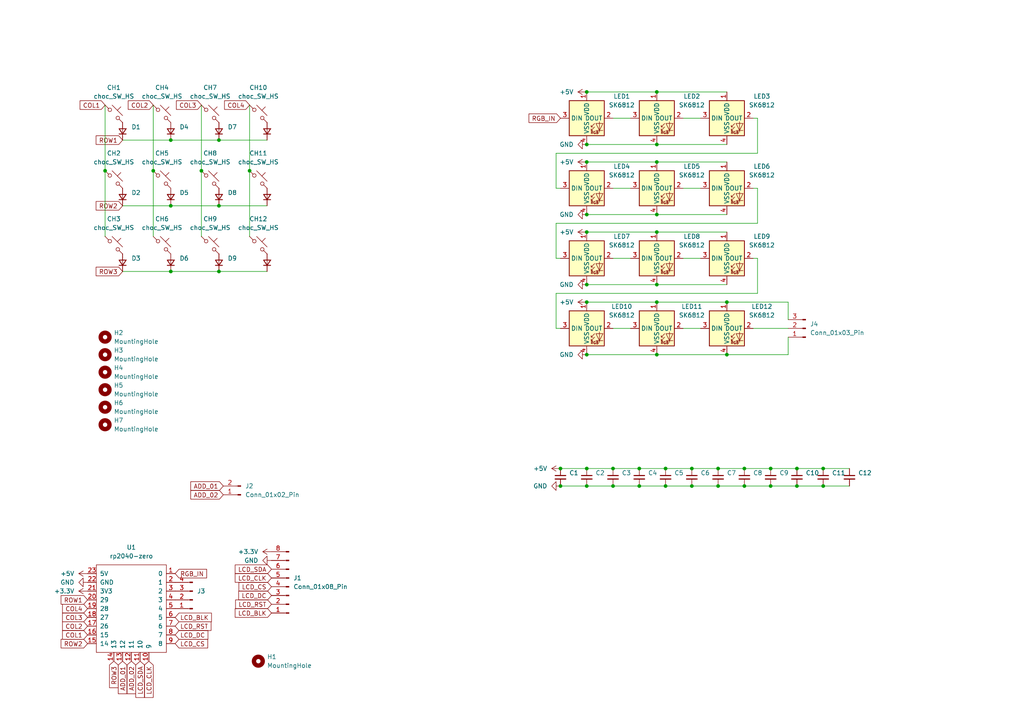
<source format=kicad_sch>
(kicad_sch (version 20230121) (generator eeschema)
  (paper "A4")
  (lib_symbols
    (symbol "Connector:Conn_01x02_Pin" (pin_names (offset 1.016) hide)
      (property "Reference" "J" (at 0 2.54 0))
      (property "Value" "Conn_01x02_Pin" (at 0 -5.08 0))
      (symbol "Conn_01x02_Pin_1_1"
        (polyline (pts (xy 1.27 -2.54) (xy 0.8636 -2.54)) (stroke (width 0.1524)))
        (polyline (pts (xy 1.27 0) (xy 0.8636 0)) (stroke (width 0.1524)))
        (rectangle (start 0.8636 -2.413) (end 0 -2.667) (stroke (width 0.1524)) (fill (type outline)))
        (rectangle (start 0.8636 0.127) (end 0 -0.127) (stroke (width 0.1524)) (fill (type outline)))
        (pin passive line (at 5.08 0 180) (length 3.81) (name "Pin_1") (number "1"))
        (pin passive line (at 5.08 -2.54 180) (length 3.81) (name "Pin_2") (number "2"))
      )
    )
    (symbol "Connector:Conn_01x03_Pin" (pin_names (offset 1.016) hide)
      (property "Reference" "J" (at 0 5.08 0))
      (property "Value" "Conn_01x03_Pin" (at 0 -5.08 0))
      (symbol "Conn_01x03_Pin_1_1"
        (polyline (pts (xy 1.27 -2.54) (xy 0.8636 -2.54)) (stroke (width 0.1524)))
        (polyline (pts (xy 1.27 0) (xy 0.8636 0)) (stroke (width 0.1524)))
        (polyline (pts (xy 1.27 2.54) (xy 0.8636 2.54)) (stroke (width 0.1524)))
        (rectangle (start 0.8636 -2.413) (end 0 -2.667) (stroke (width 0.1524)) (fill (type outline)))
        (rectangle (start 0.8636 0.127) (end 0 -0.127) (stroke (width 0.1524)) (fill (type outline)))
        (rectangle (start 0.8636 2.667) (end 0 2.413) (stroke (width 0.1524)) (fill (type outline)))
        (pin passive line (at 5.08 2.54 180) (length 3.81) (name "Pin_1") (number "1"))
        (pin passive line (at 5.08 0 180) (length 3.81) (name "Pin_2") (number "2"))
        (pin passive line (at 5.08 -2.54 180) (length 3.81) (name "Pin_3") (number "3"))
      )
    )
    (symbol "Connector:Conn_01x04_Pin" (pin_names (offset 1.016) hide)
      (property "Reference" "J" (at 0 5.08 0))
      (property "Value" "Conn_01x04_Pin" (at 0 -7.62 0))
      (symbol "Conn_01x04_Pin_1_1"
        (polyline (pts (xy 1.27 -5.08) (xy 0.8636 -5.08)) (stroke (width 0.1524)))
        (polyline (pts (xy 1.27 -2.54) (xy 0.8636 -2.54)) (stroke (width 0.1524)))
        (polyline (pts (xy 1.27 0) (xy 0.8636 0)) (stroke (width 0.1524)))
        (polyline (pts (xy 1.27 2.54) (xy 0.8636 2.54)) (stroke (width 0.1524)))
        (rectangle (start 0.8636 -4.953) (end 0 -5.207) (stroke (width 0.1524)) (fill (type outline)))
        (rectangle (start 0.8636 -2.413) (end 0 -2.667) (stroke (width 0.1524)) (fill (type outline)))
        (rectangle (start 0.8636 0.127) (end 0 -0.127) (stroke (width 0.1524)) (fill (type outline)))
        (rectangle (start 0.8636 2.667) (end 0 2.413) (stroke (width 0.1524)) (fill (type outline)))
        (pin passive line (at 5.08 2.54 180) (length 3.81) (name "Pin_1") (number "1"))
        (pin passive line (at 5.08 0 180) (length 3.81) (name "Pin_2") (number "2"))
        (pin passive line (at 5.08 -2.54 180) (length 3.81) (name "Pin_3") (number "3"))
        (pin passive line (at 5.08 -5.08 180) (length 3.81) (name "Pin_4") (number "4"))
      )
    )
    (symbol "Connector:Conn_01x08_Pin" (pin_names (offset 1.016) hide)
      (property "Reference" "J" (at 0 10.16 0))
      (property "Value" "Conn_01x08_Pin" (at 0 -12.7 0))
      (symbol "Conn_01x08_Pin_1_1"
        (polyline (pts (xy 1.27 -10.16) (xy 0.8636 -10.16)) (stroke (width 0.1524)))
        (polyline (pts (xy 1.27 -7.62) (xy 0.8636 -7.62)) (stroke (width 0.1524)))
        (polyline (pts (xy 1.27 -5.08) (xy 0.8636 -5.08)) (stroke (width 0.1524)))
        (polyline (pts (xy 1.27 -2.54) (xy 0.8636 -2.54)) (stroke (width 0.1524)))
        (polyline (pts (xy 1.27 0) (xy 0.8636 0)) (stroke (width 0.1524)))
        (polyline (pts (xy 1.27 2.54) (xy 0.8636 2.54)) (stroke (width 0.1524)))
        (polyline (pts (xy 1.27 5.08) (xy 0.8636 5.08)) (stroke (width 0.1524)))
        (polyline (pts (xy 1.27 7.62) (xy 0.8636 7.62)) (stroke (width 0.1524)))
        (rectangle (start 0.8636 -10.033) (end 0 -10.287) (stroke (width 0.1524)) (fill (type outline)))
        (rectangle (start 0.8636 -7.493) (end 0 -7.747) (stroke (width 0.1524)) (fill (type outline)))
        (rectangle (start 0.8636 -4.953) (end 0 -5.207) (stroke (width 0.1524)) (fill (type outline)))
        (rectangle (start 0.8636 -2.413) (end 0 -2.667) (stroke (width 0.1524)) (fill (type outline)))
        (rectangle (start 0.8636 0.127) (end 0 -0.127) (stroke (width 0.1524)) (fill (type outline)))
        (rectangle (start 0.8636 2.667) (end 0 2.413) (stroke (width 0.1524)) (fill (type outline)))
        (rectangle (start 0.8636 5.207) (end 0 4.953) (stroke (width 0.1524)) (fill (type outline)))
        (rectangle (start 0.8636 7.747) (end 0 7.493) (stroke (width 0.1524)) (fill (type outline)))
        (pin passive line (at 5.08 7.62 180) (length 3.81) (name "Pin_1") (number "1"))
        (pin passive line (at 5.08 5.08 180) (length 3.81) (name "Pin_2") (number "2"))
        (pin passive line (at 5.08 2.54 180) (length 3.81) (name "Pin_3") (number "3"))
        (pin passive line (at 5.08 0 180) (length 3.81) (name "Pin_4") (number "4"))
        (pin passive line (at 5.08 -2.54 180) (length 3.81) (name "Pin_5") (number "5"))
        (pin passive line (at 5.08 -5.08 180) (length 3.81) (name "Pin_6") (number "6"))
        (pin passive line (at 5.08 -7.62 180) (length 3.81) (name "Pin_7") (number "7"))
        (pin passive line (at 5.08 -10.16 180) (length 3.81) (name "Pin_8") (number "8"))
      )
    )
    (symbol "Device:C_Small" (pin_numbers hide) (pin_names (offset 0.254) hide)
      (property "Reference" "C" (at 0.254 1.778 0))
      (property "Value" "C_Small" (at 0.254 -2.032 0))
      (symbol "C_Small_0_1"
        (polyline (pts (xy -1.524 -0.508) (xy 1.524 -0.508)) (stroke (width 0.3302)))
        (polyline (pts (xy -1.524 0.508) (xy 1.524 0.508)) (stroke (width 0.3048)))
      )
      (symbol "C_Small_1_1"
        (pin passive line (at 0 2.54 270) (length 2.032) (name "~") (number "1"))
        (pin passive line (at 0 -2.54 90) (length 2.032) (name "~") (number "2"))
      )
    )
    (symbol "Device:D_Small" (pin_numbers hide) (pin_names (offset 0.254) hide)
      (property "Reference" "D" (at -1.27 2.032 0))
      (property "Value" "D_Small" (at -3.81 -2.032 0))
      (symbol "D_Small_0_1"
        (polyline (pts (xy -0.762 -1.016) (xy -0.762 1.016)) (stroke (width 0.254)))
        (polyline (pts (xy -0.762 0) (xy 0.762 0)))
        (polyline (pts (xy 0.762 -1.016) (xy -0.762 0) (xy 0.762 1.016) (xy 0.762 -1.016)) (stroke (width 0.254)))
      )
      (symbol "D_Small_1_1"
        (pin passive line (at -2.54 0 0) (length 1.778) (name "K") (number "1"))
        (pin passive line (at 2.54 0 180) (length 1.778) (name "A") (number "2"))
      )
    )
    (symbol "Mechanical:MountingHole" (pin_names (offset 1.016))
      (property "Reference" "H" (at 0 5.08 0))
      (property "Value" "MountingHole" (at 0 3.175 0))
      (symbol "MountingHole_0_1"
        (circle (center 0 0) (radius 1.27) (stroke (width 1.27)))
      )
    )
    (symbol "PCM_marbastlib-choc:choc_SK6812MINI-E"
      (property "Reference" "LED" (at 2.54 6.35 0))
      (property "Value" "choc_SK6812MINI-E" (at 10.795 -6.35 0))
      (symbol "choc_SK6812MINI-E_0_0"
        (text "RGB" (at 2.286 -4.191 0) (effects (font (size 0.762 0.762))))
      )
      (symbol "choc_SK6812MINI-E_0_1"
        (rectangle (start -5.08 5.08) (end 5.08 -5.08) (stroke (width 0.254)) (fill (type background)))
        (polyline (pts (xy 1.27 -3.556) (xy 1.778 -3.556)))
        (polyline (pts (xy 1.27 -2.54) (xy 1.778 -2.54)))
        (polyline (pts (xy 4.699 -3.556) (xy 2.667 -3.556)))
        (polyline (pts (xy 2.286 -2.54) (xy 1.27 -3.556) (xy 1.27 -3.048)))
        (polyline (pts (xy 2.286 -1.524) (xy 1.27 -2.54) (xy 1.27 -2.032)))
        (polyline (pts (xy 3.683 -1.016) (xy 3.683 -3.556) (xy 3.683 -4.064)))
        (polyline (pts (xy 4.699 -1.524) (xy 2.667 -1.524) (xy 3.683 -3.556) (xy 4.699 -1.524)))
      )
      (symbol "choc_SK6812MINI-E_1_1"
        (pin power_in line (at 0 7.62 270) (length 2.54) (name "VDD") (number "1"))
        (pin output line (at 7.62 0 180) (length 2.54) (name "DOUT") (number "2"))
        (pin input line (at -7.62 0 0) (length 2.54) (name "DIN") (number "3"))
        (pin power_in line (at 0 -7.62 90) (length 2.54) (name "VSS") (number "4"))
      )
    )
    (symbol "PCM_marbastlib-choc:choc_SW_HS" (pin_numbers hide) (pin_names (offset 1.016) hide)
      (property "Reference" "CH" (at 3.048 1.016 0))
      (property "Value" "choc_SW_HS" (at 0 -3.81 0))
      (symbol "choc_SW_HS_0_1"
        (circle (center -1.1684 1.1684) (radius 0.508))
        (polyline (pts (xy -0.508 2.54) (xy 2.54 -0.508)))
        (polyline (pts (xy 1.016 1.016) (xy 2.032 2.032)))
        (polyline (pts (xy -2.54 2.54) (xy -1.524 1.524) (xy -1.524 1.524)))
        (polyline (pts (xy 1.524 -1.524) (xy 2.54 -2.54) (xy 2.54 -2.54) (xy 2.54 -2.54)))
        (circle (center 1.143 -1.1938) (radius 0.508))
        (pin passive line (at -2.54 2.54 0) (length 0) (name "1") (number "1"))
        (pin passive line (at 2.54 -2.54 180) (length 0) (name "2") (number "2"))
      )
    )
    (symbol "mcu:rp2040-zero" (pin_names (offset 1.016))
      (property "Reference" "U" (at 0 15.24 0))
      (property "Value" "rp2040-zero" (at 0 12.7 0))
      (symbol "rp2040-zero_0_1"
        (rectangle (start -10.16 11.43) (end 10.16 -13.97))
      )
      (symbol "rp2040-zero_1_1"
        (pin bidirectional line (at 12.7 8.89 180) (length 2.54) (name "0") (number "1"))
        (pin bidirectional line (at 5.08 -16.51 90) (length 2.54) (name "9") (number "10"))
        (pin bidirectional line (at 2.54 -16.51 90) (length 2.54) (name "10") (number "11"))
        (pin bidirectional line (at 0 -16.51 90) (length 2.54) (name "11") (number "12"))
        (pin bidirectional line (at -2.54 -16.51 90) (length 2.54) (name "12") (number "13"))
        (pin bidirectional line (at -5.08 -16.51 90) (length 2.54) (name "13") (number "14"))
        (pin bidirectional line (at -12.7 -11.43 0) (length 2.54) (name "14") (number "15"))
        (pin bidirectional line (at -12.7 -8.89 0) (length 2.54) (name "15") (number "16"))
        (pin bidirectional line (at -12.7 -6.35 0) (length 2.54) (name "26") (number "17"))
        (pin bidirectional line (at -12.7 -3.81 0) (length 2.54) (name "27") (number "18"))
        (pin bidirectional line (at -12.7 -1.27 0) (length 2.54) (name "28") (number "19"))
        (pin bidirectional line (at 12.7 6.35 180) (length 2.54) (name "1") (number "2"))
        (pin bidirectional line (at -12.7 1.27 0) (length 2.54) (name "29") (number "20"))
        (pin power_out line (at -12.7 3.81 0) (length 2.54) (name "3V3") (number "21"))
        (pin power_out line (at -12.7 6.35 0) (length 2.54) (name "GND") (number "22"))
        (pin power_out line (at -12.7 8.89 0) (length 2.54) (name "5V") (number "23"))
        (pin bidirectional line (at 12.7 3.81 180) (length 2.54) (name "2") (number "3"))
        (pin bidirectional line (at 12.7 1.27 180) (length 2.54) (name "3") (number "4"))
        (pin bidirectional line (at 12.7 -1.27 180) (length 2.54) (name "4") (number "5"))
        (pin bidirectional line (at 12.7 -3.81 180) (length 2.54) (name "5") (number "6"))
        (pin bidirectional line (at 12.7 -6.35 180) (length 2.54) (name "6") (number "7"))
        (pin bidirectional line (at 12.7 -8.89 180) (length 2.54) (name "7") (number "8"))
        (pin bidirectional line (at 12.7 -11.43 180) (length 2.54) (name "8") (number "9"))
      )
    )
    (symbol "power:+3.3V" (power) (pin_names (offset 0))
      (property "Value" "+3.3V" (at 0 3.556 0))
      (symbol "+3.3V_0_1"
        (polyline (pts (xy -0.762 1.27) (xy 0 2.54)))
        (polyline (pts (xy 0 0) (xy 0 2.54)))
        (polyline (pts (xy 0 2.54) (xy 0.762 1.27)))
      )
      (symbol "+3.3V_1_1"
        (pin power_in line (at 0 0 90) (length 0) hide (name "+3.3V") (number "1"))
      )
    )
    (symbol "power:+5V" (power) (pin_names (offset 0))
      (property "Value" "+5V" (at 0 3.556 0))
      (symbol "+5V_0_1"
        (polyline (pts (xy -0.762 1.27) (xy 0 2.54)))
        (polyline (pts (xy 0 0) (xy 0 2.54)))
        (polyline (pts (xy 0 2.54) (xy 0.762 1.27)))
      )
      (symbol "+5V_1_1"
        (pin power_in line (at 0 0 90) (length 0) hide (name "+5V") (number "1"))
      )
    )
    (symbol "power:GND" (power) (pin_names (offset 0))
      (property "Value" "GND" (at 0 -3.81 0))
      (symbol "GND_0_1"
        (polyline (pts (xy 0 0) (xy 0 -1.27) (xy 1.27 -1.27) (xy 0 -2.54) (xy -1.27 -1.27) (xy 0 -1.27)))
      )
      (symbol "GND_1_1"
        (pin power_in line (at 0 0 270) (length 0) hide (name "GND") (number "1"))
      )
    )
  )
  (junction (at 63.5 40.64))
  (junction (at 190.5 62.23))
  (junction (at 185.42 135.89))
  (junction (at 58.42 49.53))
  (junction (at 223.52 140.97))
  (junction (at 49.53 40.64))
  (junction (at 190.5 87.63))
  (junction (at 170.18 41.91))
  (junction (at 208.28 135.89))
  (junction (at 44.45 49.53))
  (junction (at 190.5 67.31))
  (junction (at 210.82 102.87))
  (junction (at 170.18 87.63))
  (junction (at 215.9 135.89))
  (junction (at 170.18 82.55))
  (junction (at 162.56 135.89))
  (junction (at 193.04 135.89))
  (junction (at 63.5 59.69))
  (junction (at 238.76 135.89))
  (junction (at 162.56 140.97))
  (junction (at 170.18 135.89))
  (junction (at 200.66 135.89))
  (junction (at 231.14 135.89))
  (junction (at 231.14 140.97))
  (junction (at 190.5 102.87))
  (junction (at 208.28 140.97))
  (junction (at 170.18 140.97))
  (junction (at 177.8 140.97))
  (junction (at 30.48 49.53))
  (junction (at 190.5 41.91))
  (junction (at 215.9 140.97))
  (junction (at 72.39 49.53))
  (junction (at 49.53 59.69))
  (junction (at 190.5 46.99))
  (junction (at 223.52 135.89))
  (junction (at 170.18 46.99))
  (junction (at 170.18 67.31))
  (junction (at 200.66 140.97))
  (junction (at 210.82 87.63))
  (junction (at 170.18 26.67))
  (junction (at 238.76 140.97))
  (junction (at 170.18 62.23))
  (junction (at 177.8 135.89))
  (junction (at 49.53 78.74))
  (junction (at 190.5 82.55))
  (junction (at 185.42 140.97))
  (junction (at 63.5 78.74))
  (junction (at 193.04 140.97))
  (junction (at 170.18 102.87))
  (junction (at 190.5 26.67))
  (wire (pts (xy 193.04 140.97) (xy 200.66 140.97)))
  (wire (pts (xy 161.29 44.45) (xy 161.29 54.61)))
  (wire (pts (xy 177.8 34.29) (xy 182.88 34.29)))
  (wire (pts (xy 190.5 82.55) (xy 210.82 82.55)))
  (wire (pts (xy 200.66 135.89) (xy 208.28 135.89)))
  (wire (pts (xy 30.48 49.53) (xy 30.48 68.58)))
  (wire (pts (xy 219.71 64.77) (xy 161.29 64.77)))
  (wire (pts (xy 49.53 40.64) (xy 63.5 40.64)))
  (wire (pts (xy 58.42 49.53) (xy 58.42 68.58)))
  (wire (pts (xy 63.5 78.74) (xy 77.47 78.74)))
  (wire (pts (xy 162.56 140.97) (xy 170.18 140.97)))
  (wire (pts (xy 190.5 26.67) (xy 210.82 26.67)))
  (wire (pts (xy 44.45 49.53) (xy 44.45 68.58)))
  (wire (pts (xy 170.18 102.87) (xy 190.5 102.87)))
  (wire (pts (xy 215.9 140.97) (xy 223.52 140.97)))
  (wire (pts (xy 198.12 54.61) (xy 203.2 54.61)))
  (wire (pts (xy 219.71 85.09) (xy 161.29 85.09)))
  (wire (pts (xy 219.71 34.29) (xy 219.71 44.45)))
  (wire (pts (xy 162.56 135.89) (xy 170.18 135.89)))
  (wire (pts (xy 231.14 135.89) (xy 238.76 135.89)))
  (wire (pts (xy 170.18 87.63) (xy 190.5 87.63)))
  (wire (pts (xy 35.56 59.69) (xy 49.53 59.69)))
  (wire (pts (xy 228.6 102.87) (xy 210.82 102.87)))
  (wire (pts (xy 170.18 26.67) (xy 190.5 26.67)))
  (wire (pts (xy 49.53 78.74) (xy 63.5 78.74)))
  (wire (pts (xy 185.42 135.89) (xy 193.04 135.89)))
  (wire (pts (xy 170.18 46.99) (xy 190.5 46.99)))
  (wire (pts (xy 49.53 59.69) (xy 63.5 59.69)))
  (wire (pts (xy 161.29 64.77) (xy 161.29 74.93)))
  (wire (pts (xy 218.44 54.61) (xy 219.71 54.61)))
  (wire (pts (xy 177.8 95.25) (xy 182.88 95.25)))
  (wire (pts (xy 72.39 49.53) (xy 72.39 68.58)))
  (wire (pts (xy 44.45 30.48) (xy 44.45 49.53)))
  (wire (pts (xy 238.76 140.97) (xy 246.38 140.97)))
  (wire (pts (xy 161.29 85.09) (xy 161.29 95.25)))
  (wire (pts (xy 198.12 34.29) (xy 203.2 34.29)))
  (wire (pts (xy 228.6 97.79) (xy 228.6 102.87)))
  (wire (pts (xy 218.44 74.93) (xy 219.71 74.93)))
  (wire (pts (xy 200.66 140.97) (xy 208.28 140.97)))
  (wire (pts (xy 170.18 62.23) (xy 190.5 62.23)))
  (wire (pts (xy 193.04 135.89) (xy 200.66 135.89)))
  (wire (pts (xy 63.5 40.64) (xy 77.47 40.64)))
  (wire (pts (xy 190.5 46.99) (xy 210.82 46.99)))
  (wire (pts (xy 72.39 30.48) (xy 72.39 49.53)))
  (wire (pts (xy 170.18 41.91) (xy 190.5 41.91)))
  (wire (pts (xy 177.8 140.97) (xy 185.42 140.97)))
  (wire (pts (xy 177.8 54.61) (xy 182.88 54.61)))
  (wire (pts (xy 161.29 54.61) (xy 162.56 54.61)))
  (wire (pts (xy 170.18 140.97) (xy 177.8 140.97)))
  (wire (pts (xy 35.56 78.74) (xy 49.53 78.74)))
  (wire (pts (xy 198.12 95.25) (xy 203.2 95.25)))
  (wire (pts (xy 190.5 62.23) (xy 210.82 62.23)))
  (wire (pts (xy 208.28 140.97) (xy 215.9 140.97)))
  (wire (pts (xy 190.5 87.63) (xy 210.82 87.63)))
  (wire (pts (xy 219.71 74.93) (xy 219.71 85.09)))
  (wire (pts (xy 161.29 74.93) (xy 162.56 74.93)))
  (wire (pts (xy 30.48 30.48) (xy 30.48 49.53)))
  (wire (pts (xy 190.5 67.31) (xy 210.82 67.31)))
  (wire (pts (xy 228.6 87.63) (xy 228.6 92.71)))
  (wire (pts (xy 231.14 140.97) (xy 238.76 140.97)))
  (wire (pts (xy 215.9 135.89) (xy 223.52 135.89)))
  (wire (pts (xy 198.12 74.93) (xy 203.2 74.93)))
  (wire (pts (xy 63.5 59.69) (xy 77.47 59.69)))
  (wire (pts (xy 210.82 87.63) (xy 228.6 87.63)))
  (wire (pts (xy 223.52 135.89) (xy 231.14 135.89)))
  (wire (pts (xy 170.18 82.55) (xy 190.5 82.55)))
  (wire (pts (xy 185.42 140.97) (xy 193.04 140.97)))
  (wire (pts (xy 177.8 135.89) (xy 185.42 135.89)))
  (wire (pts (xy 218.44 95.25) (xy 228.6 95.25)))
  (wire (pts (xy 223.52 140.97) (xy 231.14 140.97)))
  (wire (pts (xy 219.71 44.45) (xy 161.29 44.45)))
  (wire (pts (xy 218.44 34.29) (xy 219.71 34.29)))
  (wire (pts (xy 208.28 135.89) (xy 215.9 135.89)))
  (wire (pts (xy 177.8 74.93) (xy 182.88 74.93)))
  (wire (pts (xy 238.76 135.89) (xy 246.38 135.89)))
  (wire (pts (xy 58.42 30.48) (xy 58.42 49.53)))
  (wire (pts (xy 35.56 40.64) (xy 49.53 40.64)))
  (wire (pts (xy 190.5 102.87) (xy 210.82 102.87)))
  (wire (pts (xy 161.29 95.25) (xy 162.56 95.25)))
  (wire (pts (xy 170.18 67.31) (xy 190.5 67.31)))
  (wire (pts (xy 190.5 41.91) (xy 210.82 41.91)))
  (wire (pts (xy 170.18 135.89) (xy 177.8 135.89)))
  (wire (pts (xy 219.71 54.61) (xy 219.71 64.77)))
  (global_label "ADD_02" (shape input) (at 38.1 191.77 270) (property "Intersheetrefs" "${INTERSHEET_REFS}" (effects hide)))
  (global_label "ROW2" (shape input) (at 35.56 59.69 180) (property "Intersheetrefs" "${INTERSHEET_REFS}" (effects hide)))
  (global_label "COL4" (shape input) (at 72.39 30.48 180) (property "Intersheetrefs" "${INTERSHEET_REFS}" (effects hide)))
  (global_label "LCD_CLK" (shape input) (at 43.18 191.77 270) (property "Intersheetrefs" "${INTERSHEET_REFS}" (effects hide)))
  (global_label "COL1" (shape input) (at 30.48 30.48 180) (property "Intersheetrefs" "${INTERSHEET_REFS}" (effects hide)))
  (global_label "COL3" (shape input) (at 58.42 30.48 180) (property "Intersheetrefs" "${INTERSHEET_REFS}" (effects hide)))
  (global_label "RGB_IN" (shape input) (at 162.56 34.29 180) (property "Intersheetrefs" "${INTERSHEET_REFS}" (effects hide)))
  (global_label "LCD_DC" (shape input) (at 50.8 184.15 0) (property "Intersheetrefs" "${INTERSHEET_REFS}" (effects hide)))
  (global_label "LCD_BLK" (shape input) (at 50.8 179.07 0) (property "Intersheetrefs" "${INTERSHEET_REFS}" (effects hide)))
  (global_label "LCD_RST" (shape input) (at 50.8 181.61 0) (property "Intersheetrefs" "${INTERSHEET_REFS}" (effects hide)))
  (global_label "ADD_02" (shape input) (at 64.77 143.51 180) (property "Intersheetrefs" "${INTERSHEET_REFS}" (effects hide)))
  (global_label "LCD_CLK" (shape input) (at 78.74 167.64 180) (property "Intersheetrefs" "${INTERSHEET_REFS}" (effects hide)))
  (global_label "LCD_BLK" (shape input) (at 78.74 177.8 180) (property "Intersheetrefs" "${INTERSHEET_REFS}" (effects hide)))
  (global_label "ROW2" (shape input) (at 25.4 186.69 180) (property "Intersheetrefs" "${INTERSHEET_REFS}" (effects hide)))
  (global_label "ROW1" (shape input) (at 35.56 40.64 180) (property "Intersheetrefs" "${INTERSHEET_REFS}" (effects hide)))
  (global_label "LCD_RST" (shape input) (at 78.74 175.26 180) (property "Intersheetrefs" "${INTERSHEET_REFS}" (effects hide)))
  (global_label "COL1" (shape input) (at 25.4 184.15 180) (property "Intersheetrefs" "${INTERSHEET_REFS}" (effects hide)))
  (global_label "COL2" (shape input) (at 25.4 181.61 180) (property "Intersheetrefs" "${INTERSHEET_REFS}" (effects hide)))
  (global_label "LCD_SDA" (shape input) (at 40.64 191.77 270) (property "Intersheetrefs" "${INTERSHEET_REFS}" (effects hide)))
  (global_label "LCD_CS" (shape input) (at 78.74 170.18 180) (property "Intersheetrefs" "${INTERSHEET_REFS}" (effects hide)))
  (global_label "ADD_01" (shape input) (at 35.56 191.77 270) (property "Intersheetrefs" "${INTERSHEET_REFS}" (effects hide)))
  (global_label "ADD_01" (shape input) (at 64.77 140.97 180) (property "Intersheetrefs" "${INTERSHEET_REFS}" (effects hide)))
  (global_label "LCD_SDA" (shape input) (at 78.74 165.1 180) (property "Intersheetrefs" "${INTERSHEET_REFS}" (effects hide)))
  (global_label "ROW3" (shape input) (at 35.56 78.74 180) (property "Intersheetrefs" "${INTERSHEET_REFS}" (effects hide)))
  (global_label "ROW1" (shape input) (at 25.4 173.99 180) (property "Intersheetrefs" "${INTERSHEET_REFS}" (effects hide)))
  (global_label "COL2" (shape input) (at 44.45 30.48 180) (property "Intersheetrefs" "${INTERSHEET_REFS}" (effects hide)))
  (global_label "LCD_CS" (shape input) (at 50.8 186.69 0) (property "Intersheetrefs" "${INTERSHEET_REFS}" (effects hide)))
  (global_label "COL3" (shape input) (at 25.4 179.07 180) (property "Intersheetrefs" "${INTERSHEET_REFS}" (effects hide)))
  (global_label "RGB_IN" (shape input) (at 50.8 166.37 0) (property "Intersheetrefs" "${INTERSHEET_REFS}" (effects hide)))
  (global_label "LCD_DC" (shape input) (at 78.74 172.72 180) (property "Intersheetrefs" "${INTERSHEET_REFS}" (effects hide)))
  (global_label "ROW3" (shape input) (at 33.02 191.77 270) (property "Intersheetrefs" "${INTERSHEET_REFS}" (effects hide)))
  (global_label "COL4" (shape input) (at 25.4 176.53 180) (property "Intersheetrefs" "${INTERSHEET_REFS}" (effects hide)))
  (symbol (lib_id "power:GND") (at 78.74 162.56 270) (unit 1)
    (property "Reference" "#PWR013" (effects hide))
    (property "Value" "GND" (at 74.93 162.56 90) (effects (justify right)))
  )
  (symbol (lib_id "PCM_marbastlib-choc:choc_SK6812MINI-E") (at 210.82 95.25 0) (unit 1)
    (property "Reference" "LED12" (at 220.98 88.9 0))
    (property "Value" "SK6812" (at 220.98 91.44 0))
    (property "Footprint" "PCM_marbastlib-choc:LED_choc_6028R" (effects hide))
  )
  (symbol (lib_id "PCM_marbastlib-choc:choc_SW_HS") (at 33.02 71.12 0) (unit 1)
    (property "Reference" "CH3" (at 33.02 63.5 0))
    (property "Value" "choc_SW_HS" (at 33.02 66.04 0))
    (property "Footprint" "PCM_marbastlib-choc:SW_choc_v1_HS_1u" (effects hide))
  )
  (symbol (lib_id "Mechanical:MountingHole") (at 30.48 113.03 0) (unit 1)
    (property "Reference" "H5" (at 33.02 111.76 0) (effects (justify left)))
    (property "Value" "MountingHole" (at 33.02 114.3 0) (effects (justify left)))
    (property "Footprint" "MountingHole:MountingHole_2.2mm_M2_ISO14580" (effects hide))
  )
  (symbol (lib_id "power:+3.3V") (at 25.4 171.45 90) (unit 1)
    (property "Reference" "#PWR012" (effects hide))
    (property "Value" "+3.3V" (at 21.59 171.45 90) (effects (justify left)))
  )
  (symbol (lib_id "PCM_marbastlib-choc:choc_SW_HS") (at 60.96 33.02 0) (unit 1)
    (property "Reference" "CH7" (at 60.96 25.4 0))
    (property "Value" "choc_SW_HS" (at 60.96 27.94 0))
    (property "Footprint" "PCM_marbastlib-choc:SW_choc_v1_HS_1u" (effects hide))
  )
  (symbol (lib_id "power:+5V") (at 170.18 87.63 90) (unit 1)
    (property "Reference" "#PWR014" (effects hide))
    (property "Value" "+5V" (at 166.37 87.63 90) (effects (justify left)))
  )
  (symbol (lib_id "Device:C_Small") (at 246.38 138.43 0) (unit 1)
    (property "Reference" "C12" (at 248.92 137.1663 0) (effects (justify left)))
    (property "Value" "100nf" (effects hide))
    (property "Footprint" "Capacitor_SMD:C_0603_1608Metric" (effects hide))
  )
  (symbol (lib_id "Device:D_Small") (at 63.5 57.15 90) (unit 1)
    (property "Reference" "D8" (at 66.04 55.88 90) (effects (justify right)))
    (property "Value" "1n4148w" (effects hide))
    (property "Footprint" "Diode_SMD:D_SOD-123" (effects hide))
    (property "Sim.Device" "D" (effects hide))
    (property "Sim.Pins" "1=K 2=A" (effects hide))
  )
  (symbol (lib_id "Connector:Conn_01x03_Pin") (at 233.68 95.25 180) (unit 1)
    (property "Reference" "J4" (at 234.95 93.98 0) (effects (justify right)))
    (property "Value" "Conn_01x03_Pin" (at 234.95 96.52 0) (effects (justify right)))
    (property "Footprint" "Connector_PinHeader_2.00mm:PinHeader_1x03_P2.00mm_Vertical" (effects hide))
  )
  (symbol (lib_id "PCM_marbastlib-choc:choc_SK6812MINI-E") (at 170.18 34.29 0) (unit 1)
    (property "Reference" "LED1" (at 180.34 27.94 0))
    (property "Value" "SK6812" (at 180.34 30.48 0))
    (property "Footprint" "PCM_marbastlib-choc:LED_choc_6028R" (effects hide))
  )
  (symbol (lib_id "Device:D_Small") (at 77.47 57.15 90) (unit 1)
    (property "Reference" "D11" (effects hide))
    (property "Value" "1n4148w" (effects hide))
    (property "Footprint" "Diode_SMD:D_SOD-123" (effects hide))
    (property "Sim.Device" "D" (effects hide))
    (property "Sim.Pins" "1=K 2=A" (effects hide))
  )
  (symbol (lib_id "power:+5V") (at 170.18 26.67 90) (unit 1)
    (property "Reference" "#PWR01" (effects hide))
    (property "Value" "+5V" (at 166.37 26.67 90) (effects (justify left)))
  )
  (symbol (lib_id "Device:C_Small") (at 208.28 138.43 0) (unit 1)
    (property "Reference" "C7" (at 210.82 137.1663 0) (effects (justify left)))
    (property "Value" "100nf" (effects hide))
    (property "Footprint" "Capacitor_SMD:C_0603_1608Metric" (effects hide))
  )
  (symbol (lib_id "power:+5V") (at 25.4 166.37 90) (unit 1)
    (property "Reference" "#PWR010" (effects hide))
    (property "Value" "+5V" (at 21.59 166.37 90) (effects (justify left)))
  )
  (symbol (lib_id "Device:C_Small") (at 162.56 138.43 0) (unit 1)
    (property "Reference" "C1" (at 165.1 137.1663 0) (effects (justify left)))
    (property "Value" "100nf" (effects hide))
    (property "Footprint" "Capacitor_SMD:C_0603_1608Metric" (effects hide))
  )
  (symbol (lib_id "PCM_marbastlib-choc:choc_SK6812MINI-E") (at 170.18 74.93 0) (unit 1)
    (property "Reference" "LED7" (at 180.34 68.58 0))
    (property "Value" "SK6812" (at 180.34 71.12 0))
    (property "Footprint" "PCM_marbastlib-choc:LED_choc_6028R" (effects hide))
  )
  (symbol (lib_id "Device:C_Small") (at 215.9 138.43 0) (unit 1)
    (property "Reference" "C8" (at 218.44 137.1663 0) (effects (justify left)))
    (property "Value" "100nf" (effects hide))
    (property "Footprint" "Capacitor_SMD:C_0603_1608Metric" (effects hide))
  )
  (symbol (lib_id "power:GND") (at 162.56 140.97 270) (unit 1)
    (property "Reference" "#PWR09" (effects hide))
    (property "Value" "GND" (at 158.75 140.97 90) (effects (justify right)))
  )
  (symbol (lib_id "PCM_marbastlib-choc:choc_SW_HS") (at 74.93 33.02 0) (unit 1)
    (property "Reference" "CH10" (at 74.93 25.4 0))
    (property "Value" "choc_SW_HS" (at 74.93 27.94 0))
    (property "Footprint" "PCM_marbastlib-choc:SW_choc_v1_HS_1u" (effects hide))
  )
  (symbol (lib_id "PCM_marbastlib-choc:choc_SK6812MINI-E") (at 210.82 54.61 0) (unit 1)
    (property "Reference" "LED6" (at 220.98 48.26 0))
    (property "Value" "SK6812" (at 220.98 50.8 0))
    (property "Footprint" "PCM_marbastlib-choc:LED_choc_6028R" (effects hide))
  )
  (symbol (lib_id "power:+5V") (at 170.18 67.31 90) (unit 1)
    (property "Reference" "#PWR03" (effects hide))
    (property "Value" "+5V" (at 166.37 67.31 90) (effects (justify left)))
  )
  (symbol (lib_id "power:+5V") (at 162.56 135.89 90) (unit 1)
    (property "Reference" "#PWR08" (effects hide))
    (property "Value" "+5V" (at 158.75 135.89 90) (effects (justify left)))
  )
  (symbol (lib_id "power:GND") (at 170.18 82.55 270) (unit 1)
    (property "Reference" "#PWR06" (effects hide))
    (property "Value" "GND" (at 166.37 82.55 90) (effects (justify right)))
  )
  (symbol (lib_id "PCM_marbastlib-choc:choc_SW_HS") (at 60.96 52.07 0) (unit 1)
    (property "Reference" "CH8" (at 60.96 44.45 0))
    (property "Value" "choc_SW_HS" (at 60.96 46.99 0))
    (property "Footprint" "PCM_marbastlib-choc:SW_choc_v1_HS_1u" (effects hide))
  )
  (symbol (lib_id "power:GND") (at 170.18 41.91 270) (unit 1)
    (property "Reference" "#PWR04" (effects hide))
    (property "Value" "GND" (at 166.37 41.91 90) (effects (justify right)))
  )
  (symbol (lib_id "Mechanical:MountingHole") (at 30.48 118.11 0) (unit 1)
    (property "Reference" "H6" (at 33.02 116.84 0) (effects (justify left)))
    (property "Value" "MountingHole" (at 33.02 119.38 0) (effects (justify left)))
    (property "Footprint" "MountingHole:MountingHole_2.2mm_M2_ISO14580" (effects hide))
  )
  (symbol (lib_id "Device:D_Small") (at 35.56 76.2 90) (unit 1)
    (property "Reference" "D3" (at 38.1 74.93 90) (effects (justify right)))
    (property "Value" "1n4148w" (effects hide))
    (property "Footprint" "Diode_SMD:D_SOD-123" (effects hide))
    (property "Sim.Device" "D" (effects hide))
    (property "Sim.Pins" "1=K 2=A" (effects hide))
  )
  (symbol (lib_id "Device:D_Small") (at 77.47 76.2 90) (unit 1)
    (property "Reference" "D12" (effects hide))
    (property "Value" "1n4148w" (effects hide))
    (property "Footprint" "Diode_SMD:D_SOD-123" (effects hide))
    (property "Sim.Device" "D" (effects hide))
    (property "Sim.Pins" "1=K 2=A" (effects hide))
  )
  (symbol (lib_id "Device:D_Small") (at 49.53 38.1 90) (unit 1)
    (property "Reference" "D4" (at 52.07 36.83 90) (effects (justify right)))
    (property "Value" "1n4148w" (effects hide))
    (property "Footprint" "Diode_SMD:D_SOD-123" (effects hide))
    (property "Sim.Device" "D" (effects hide))
    (property "Sim.Pins" "1=K 2=A" (effects hide))
  )
  (symbol (lib_id "mcu:rp2040-zero") (at 38.1 175.26 0) (unit 1)
    (property "Reference" "U1" (at 38.1 158.75 0))
    (property "Value" "rp2040-zero" (at 38.1 161.29 0))
    (property "Footprint" "mcu:rp2040-zero-smd" (effects hide))
  )
  (symbol (lib_id "Mechanical:MountingHole") (at 30.48 102.87 0) (unit 1)
    (property "Reference" "H3" (at 33.02 101.6 0) (effects (justify left)))
    (property "Value" "MountingHole" (at 33.02 104.14 0) (effects (justify left)))
    (property "Footprint" "MountingHole:MountingHole_2.2mm_M2_ISO14580" (effects hide))
  )
  (symbol (lib_id "Mechanical:MountingHole") (at 30.48 107.95 0) (unit 1)
    (property "Reference" "H4" (at 33.02 106.68 0) (effects (justify left)))
    (property "Value" "MountingHole" (at 33.02 109.22 0) (effects (justify left)))
    (property "Footprint" "MountingHole:MountingHole_2.2mm_M2_ISO14580" (effects hide))
  )
  (symbol (lib_id "Device:C_Small") (at 238.76 138.43 0) (unit 1)
    (property "Reference" "C11" (at 241.3 137.1663 0) (effects (justify left)))
    (property "Value" "100nf" (effects hide))
    (property "Footprint" "Capacitor_SMD:C_0603_1608Metric" (effects hide))
  )
  (symbol (lib_id "PCM_marbastlib-choc:choc_SW_HS") (at 74.93 71.12 0) (unit 1)
    (property "Reference" "CH12" (at 74.93 63.5 0))
    (property "Value" "choc_SW_HS" (at 74.93 66.04 0))
    (property "Footprint" "PCM_marbastlib-choc:SW_choc_v1_HS_1u" (effects hide))
  )
  (symbol (lib_id "power:GND") (at 170.18 62.23 270) (unit 1)
    (property "Reference" "#PWR05" (effects hide))
    (property "Value" "GND" (at 166.37 62.23 90) (effects (justify right)))
  )
  (symbol (lib_id "PCM_marbastlib-choc:choc_SK6812MINI-E") (at 190.5 34.29 0) (unit 1)
    (property "Reference" "LED2" (at 200.66 27.94 0))
    (property "Value" "SK6812" (at 200.66 30.48 0))
    (property "Footprint" "PCM_marbastlib-choc:LED_choc_6028R" (effects hide))
  )
  (symbol (lib_id "Device:C_Small") (at 193.04 138.43 0) (unit 1)
    (property "Reference" "C5" (at 195.58 137.1663 0) (effects (justify left)))
    (property "Value" "100nf" (effects hide))
    (property "Footprint" "Capacitor_SMD:C_0603_1608Metric" (effects hide))
  )
  (symbol (lib_id "PCM_marbastlib-choc:choc_SK6812MINI-E") (at 170.18 54.61 0) (unit 1)
    (property "Reference" "LED4" (at 180.34 48.26 0))
    (property "Value" "SK6812" (at 180.34 50.8 0))
    (property "Footprint" "PCM_marbastlib-choc:LED_choc_6028R" (effects hide))
  )
  (symbol (lib_id "power:GND") (at 170.18 102.87 270) (unit 1)
    (property "Reference" "#PWR015" (effects hide))
    (property "Value" "GND" (at 166.37 102.87 90) (effects (justify right)))
  )
  (symbol (lib_id "PCM_marbastlib-choc:choc_SW_HS") (at 46.99 52.07 0) (unit 1)
    (property "Reference" "CH5" (at 46.99 44.45 0))
    (property "Value" "choc_SW_HS" (at 46.99 46.99 0))
    (property "Footprint" "PCM_marbastlib-choc:SW_choc_v1_HS_1u" (effects hide))
  )
  (symbol (lib_id "PCM_marbastlib-choc:choc_SK6812MINI-E") (at 210.82 74.93 0) (unit 1)
    (property "Reference" "LED9" (at 220.98 68.58 0))
    (property "Value" "SK6812" (at 220.98 71.12 0))
    (property "Footprint" "PCM_marbastlib-choc:LED_choc_6028R" (effects hide))
  )
  (symbol (lib_id "PCM_marbastlib-choc:choc_SW_HS") (at 33.02 52.07 0) (unit 1)
    (property "Reference" "CH2" (at 33.02 44.45 0))
    (property "Value" "choc_SW_HS" (at 33.02 46.99 0))
    (property "Footprint" "PCM_marbastlib-choc:SW_choc_v1_HS_1u" (effects hide))
  )
  (symbol (lib_id "power:GND") (at 25.4 168.91 270) (unit 1)
    (property "Reference" "#PWR07" (effects hide))
    (property "Value" "GND" (at 21.59 168.91 90) (effects (justify right)))
  )
  (symbol (lib_id "Device:C_Small") (at 223.52 138.43 0) (unit 1)
    (property "Reference" "C9" (at 226.06 137.1663 0) (effects (justify left)))
    (property "Value" "100nf" (effects hide))
    (property "Footprint" "Capacitor_SMD:C_0603_1608Metric" (effects hide))
  )
  (symbol (lib_id "Mechanical:MountingHole") (at 30.48 97.79 0) (unit 1)
    (property "Reference" "H2" (at 33.02 96.52 0) (effects (justify left)))
    (property "Value" "MountingHole" (at 33.02 99.06 0) (effects (justify left)))
    (property "Footprint" "MountingHole:MountingHole_2.2mm_M2_ISO14580" (effects hide))
  )
  (symbol (lib_id "Connector:Conn_01x08_Pin") (at 83.82 170.18 180) (unit 1)
    (property "Reference" "J1" (at 85.09 167.64 0) (effects (justify right)))
    (property "Value" "Conn_01x08_Pin" (at 85.09 170.18 0) (effects (justify right)))
    (property "Footprint" "Connector_Molex:Molex_PicoBlade_53261-0871_1x08-1MP_P1.25mm_Horizontal" (effects hide))
  )
  (symbol (lib_id "Device:D_Small") (at 35.56 38.1 90) (unit 1)
    (property "Reference" "D1" (at 38.1 36.83 90) (effects (justify right)))
    (property "Value" "1n4148w" (effects hide))
    (property "Footprint" "Diode_SMD:D_SOD-123" (effects hide))
    (property "Sim.Device" "D" (effects hide))
    (property "Sim.Pins" "1=K 2=A" (effects hide))
  )
  (symbol (lib_id "PCM_marbastlib-choc:choc_SK6812MINI-E") (at 190.5 95.25 0) (unit 1)
    (property "Reference" "LED11" (at 200.66 88.9 0))
    (property "Value" "SK6812" (at 200.66 91.44 0))
    (property "Footprint" "PCM_marbastlib-choc:LED_choc_6028R" (effects hide))
  )
  (symbol (lib_id "Device:C_Small") (at 231.14 138.43 0) (unit 1)
    (property "Reference" "C10" (at 233.68 137.1663 0) (effects (justify left)))
    (property "Value" "100nf" (effects hide))
    (property "Footprint" "Capacitor_SMD:C_0603_1608Metric" (effects hide))
  )
  (symbol (lib_id "Device:D_Small") (at 77.47 38.1 90) (unit 1)
    (property "Reference" "D10" (effects hide))
    (property "Value" "1n4148w" (effects hide))
    (property "Footprint" "Diode_SMD:D_SOD-123" (effects hide))
    (property "Sim.Device" "D" (effects hide))
    (property "Sim.Pins" "1=K 2=A" (effects hide))
  )
  (symbol (lib_id "power:+3.3V") (at 78.74 160.02 90) (unit 1)
    (property "Reference" "#PWR011" (effects hide))
    (property "Value" "+3.3V" (at 74.93 160.02 90) (effects (justify left)))
  )
  (symbol (lib_id "PCM_marbastlib-choc:choc_SK6812MINI-E") (at 190.5 54.61 0) (unit 1)
    (property "Reference" "LED5" (at 200.66 48.26 0))
    (property "Value" "SK6812" (at 200.66 50.8 0))
    (property "Footprint" "PCM_marbastlib-choc:LED_choc_6028R" (effects hide))
  )
  (symbol (lib_id "Mechanical:MountingHole") (at 30.48 123.19 0) (unit 1)
    (property "Reference" "H7" (at 33.02 121.92 0) (effects (justify left)))
    (property "Value" "MountingHole" (at 33.02 124.46 0) (effects (justify left)))
    (property "Footprint" "MountingHole:MountingHole_2.2mm_M2_ISO14580" (effects hide))
  )
  (symbol (lib_id "PCM_marbastlib-choc:choc_SW_HS") (at 46.99 33.02 0) (unit 1)
    (property "Reference" "CH4" (at 46.99 25.4 0))
    (property "Value" "choc_SW_HS" (at 46.99 27.94 0))
    (property "Footprint" "PCM_marbastlib-choc:SW_choc_v1_HS_1u" (effects hide))
  )
  (symbol (lib_id "Connector:Conn_01x04_Pin") (at 55.88 173.99 180) (unit 1)
    (property "Reference" "J3" (at 57.15 171.45 0) (effects (justify right)))
    (property "Value" "Conn_01x04_Pin" (effects hide))
    (property "Footprint" "Connector_PinHeader_2.54mm:PinHeader_1x04_P2.54mm_Vertical" (effects hide))
  )
  (symbol (lib_id "Device:D_Small") (at 49.53 57.15 90) (unit 1)
    (property "Reference" "D5" (at 52.07 55.88 90) (effects (justify right)))
    (property "Value" "1n4148w" (effects hide))
    (property "Footprint" "Diode_SMD:D_SOD-123" (effects hide))
    (property "Sim.Device" "D" (effects hide))
    (property "Sim.Pins" "1=K 2=A" (effects hide))
  )
  (symbol (lib_id "power:+5V") (at 170.18 46.99 90) (unit 1)
    (property "Reference" "#PWR02" (effects hide))
    (property "Value" "+5V" (at 166.37 46.99 90) (effects (justify left)))
  )
  (symbol (lib_id "Device:C_Small") (at 170.18 138.43 0) (unit 1)
    (property "Reference" "C2" (at 172.72 137.1663 0) (effects (justify left)))
    (property "Value" "100nf" (effects hide))
    (property "Footprint" "Capacitor_SMD:C_0603_1608Metric" (effects hide))
  )
  (symbol (lib_id "Device:D_Small") (at 35.56 57.15 90) (unit 1)
    (property "Reference" "D2" (at 38.1 55.88 90) (effects (justify right)))
    (property "Value" "1n4148w" (effects hide))
    (property "Footprint" "Diode_SMD:D_SOD-123" (effects hide))
    (property "Sim.Device" "D" (effects hide))
    (property "Sim.Pins" "1=K 2=A" (effects hide))
  )
  (symbol (lib_id "PCM_marbastlib-choc:choc_SK6812MINI-E") (at 210.82 34.29 0) (unit 1)
    (property "Reference" "LED3" (at 220.98 27.94 0))
    (property "Value" "SK6812" (at 220.98 30.48 0))
    (property "Footprint" "PCM_marbastlib-choc:LED_choc_6028R" (effects hide))
  )
  (symbol (lib_id "Device:C_Small") (at 200.66 138.43 0) (unit 1)
    (property "Reference" "C6" (at 203.2 137.1663 0) (effects (justify left)))
    (property "Value" "100nf" (effects hide))
    (property "Footprint" "Capacitor_SMD:C_0603_1608Metric" (effects hide))
  )
  (symbol (lib_id "Device:D_Small") (at 49.53 76.2 90) (unit 1)
    (property "Reference" "D6" (at 52.07 74.93 90) (effects (justify right)))
    (property "Value" "1n4148w" (effects hide))
    (property "Footprint" "Diode_SMD:D_SOD-123" (effects hide))
    (property "Sim.Device" "D" (effects hide))
    (property "Sim.Pins" "1=K 2=A" (effects hide))
  )
  (symbol (lib_id "Mechanical:MountingHole") (at 74.93 191.77 0) (unit 1)
    (property "Reference" "H1" (at 77.47 190.5 0) (effects (justify left)))
    (property "Value" "MountingHole" (at 77.47 193.04 0) (effects (justify left)))
    (property "Footprint" "soyu_part:soyu_display" (effects hide))
  )
  (symbol (lib_id "Device:D_Small") (at 63.5 76.2 90) (unit 1)
    (property "Reference" "D9" (at 66.04 74.93 90) (effects (justify right)))
    (property "Value" "1n4148w" (effects hide))
    (property "Footprint" "Diode_SMD:D_SOD-123" (effects hide))
    (property "Sim.Device" "D" (effects hide))
    (property "Sim.Pins" "1=K 2=A" (effects hide))
  )
  (symbol (lib_id "Device:C_Small") (at 185.42 138.43 0) (unit 1)
    (property "Reference" "C4" (at 187.96 137.1663 0) (effects (justify left)))
    (property "Value" "100nf" (effects hide))
    (property "Footprint" "Capacitor_SMD:C_0603_1608Metric" (effects hide))
  )
  (symbol (lib_id "PCM_marbastlib-choc:choc_SW_HS") (at 74.93 52.07 0) (unit 1)
    (property "Reference" "CH11" (at 74.93 44.45 0))
    (property "Value" "choc_SW_HS" (at 74.93 46.99 0))
    (property "Footprint" "PCM_marbastlib-choc:SW_choc_v1_HS_1u" (effects hide))
  )
  (symbol (lib_id "Device:C_Small") (at 177.8 138.43 0) (unit 1)
    (property "Reference" "C3" (at 180.34 137.1663 0) (effects (justify left)))
    (property "Value" "100nf" (effects hide))
    (property "Footprint" "Capacitor_SMD:C_0603_1608Metric" (effects hide))
  )
  (symbol (lib_id "Connector:Conn_01x02_Pin") (at 69.85 143.51 180) (unit 1)
    (property "Reference" "J2" (at 71.12 140.97 0) (effects (justify right)))
    (property "Value" "Conn_01x02_Pin" (at 71.12 143.51 0) (effects (justify right)))
    (property "Footprint" "Connector_PinHeader_2.54mm:PinHeader_1x02_P2.54mm_Vertical" (effects hide))
  )
  (symbol (lib_id "PCM_marbastlib-choc:choc_SK6812MINI-E") (at 190.5 74.93 0) (unit 1)
    (property "Reference" "LED8" (at 200.66 68.58 0))
    (property "Value" "SK6812" (at 200.66 71.12 0))
    (property "Footprint" "PCM_marbastlib-choc:LED_choc_6028R" (effects hide))
  )
  (symbol (lib_id "PCM_marbastlib-choc:choc_SW_HS") (at 46.99 71.12 0) (unit 1)
    (property "Reference" "CH6" (at 46.99 63.5 0))
    (property "Value" "choc_SW_HS" (at 46.99 66.04 0))
    (property "Footprint" "PCM_marbastlib-choc:SW_choc_v1_HS_1u" (effects hide))
  )
  (symbol (lib_id "PCM_marbastlib-choc:choc_SK6812MINI-E") (at 170.18 95.25 0) (unit 1)
    (property "Reference" "LED10" (at 180.34 88.9 0))
    (property "Value" "SK6812" (at 180.34 91.44 0))
    (property "Footprint" "PCM_marbastlib-choc:LED_choc_6028R" (effects hide))
  )
  (symbol (lib_id "PCM_marbastlib-choc:choc_SW_HS") (at 60.96 71.12 0) (unit 1)
    (property "Reference" "CH9" (at 60.96 63.5 0))
    (property "Value" "choc_SW_HS" (at 60.96 66.04 0))
    (property "Footprint" "PCM_marbastlib-choc:SW_choc_v1_HS_1u" (effects hide))
  )
  (symbol (lib_id "PCM_marbastlib-choc:choc_SW_HS") (at 33.02 33.02 0) (unit 1)
    (property "Reference" "CH1" (at 33.02 25.4 0))
    (property "Value" "choc_SW_HS" (at 33.02 27.94 0))
    (property "Footprint" "PCM_marbastlib-choc:SW_choc_v1_HS_1u" (effects hide))
  )
  (symbol (lib_id "Device:D_Small") (at 63.5 38.1 90) (unit 1)
    (property "Reference" "D7" (at 66.04 36.83 90) (effects (justify right)))
    (property "Value" "1n4148w" (effects hide))
    (property "Footprint" "Diode_SMD:D_SOD-123" (effects hide))
    (property "Sim.Device" "D" (effects hide))
    (property "Sim.Pins" "1=K 2=A" (effects hide))
  )
)
</source>
